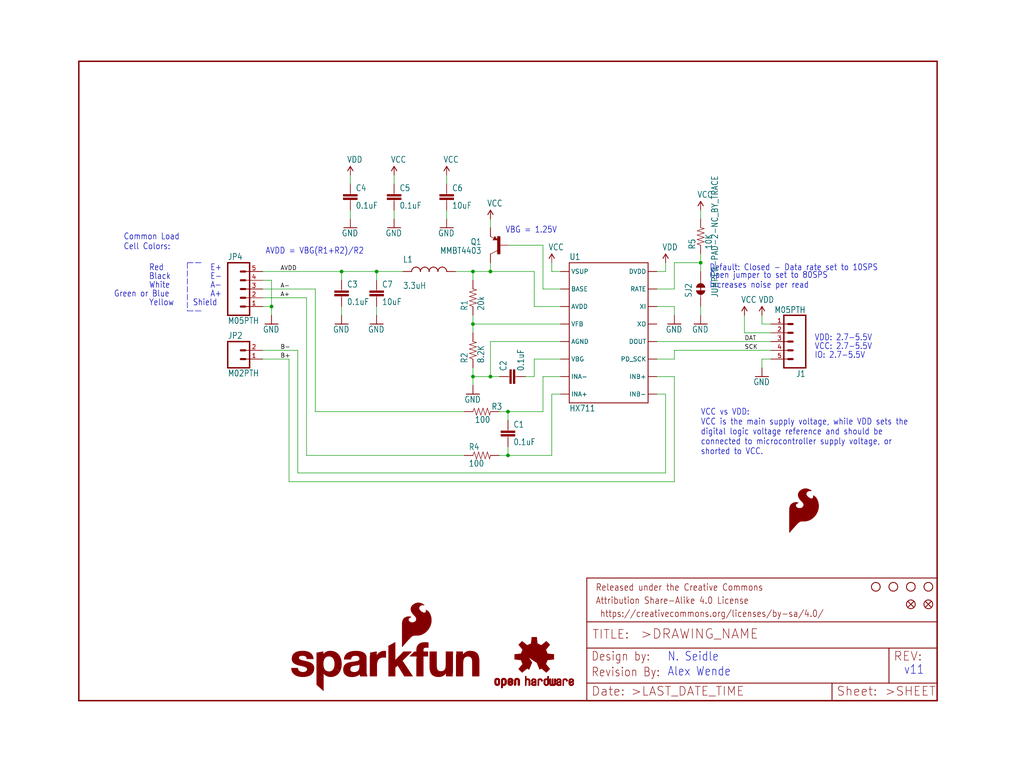
<source format=kicad_sch>
(kicad_sch (version 20211123) (generator eeschema)
  (paper "User" 297.002 223.926)
  (lib_symbols
    (symbol "eagleSchem-eagle-import:0.1UF-25V-5%(0603)"
      (property "Reference" "C" (at 1.524 2.921 0))
      (property "Value" "0.1UF-25V-5%(0603)" (at 1.524 -2.159 0))
      (symbol "0.1UF-25V-5%(0603)_1_0"
        (pin passive line (at 0 5.08 270) (length 2.54) (name "1") (number "1"))
        (pin passive line (at 0 -2.54 90) (length 2.54) (name "2") (number "2"))
      )
    )
    (symbol "eagleSchem-eagle-import:100OHM-1{slash}10W-1%(0603)"
      (property "Reference" "R" (at -3.81 1.4986 0))
      (property "Value" "100OHM-1{slash}10W-1%(0603)" (at -3.81 -3.302 0))
      (symbol "100OHM-1{slash}10W-1%(0603)_1_0"
        (pin passive line (at -5.08 0 0) (length 2.54) (name "1") (number "1"))
        (pin passive line (at 5.08 0 180) (length 2.54) (name "2") (number "2"))
      )
    )
    (symbol "eagleSchem-eagle-import:10KOHM-1{slash}10W-1%(0603)0603"
      (property "Reference" "R" (at -3.81 1.4986 0))
      (property "Value" "10KOHM-1{slash}10W-1%(0603)0603" (at -3.81 -3.302 0))
      (symbol "10KOHM-1{slash}10W-1%(0603)0603_1_0"
        (pin passive line (at -5.08 0 0) (length 2.54) (name "1") (number "1"))
        (pin passive line (at 5.08 0 180) (length 2.54) (name "2") (number "2"))
      )
    )
    (symbol "eagleSchem-eagle-import:10UF50V20%(1210)"
      (property "Reference" "C" (at 1.524 2.921 0))
      (property "Value" "10UF50V20%(1210)" (at 1.524 -2.159 0))
      (symbol "10UF50V20%(1210)_1_0"
        (pin passive line (at 0 5.08 270) (length 2.54) (name "1") (number "1"))
        (pin passive line (at 0 -2.54 90) (length 2.54) (name "2") (number "2"))
      )
    )
    (symbol "eagleSchem-eagle-import:20KOHM1{slash}10W1%(0603)"
      (property "Reference" "R" (at -3.81 1.4986 0))
      (property "Value" "20KOHM1{slash}10W1%(0603)" (at -3.81 -3.302 0))
      (symbol "20KOHM1{slash}10W1%(0603)_1_0"
        (pin passive line (at -5.08 0 0) (length 2.54) (name "1") (number "1"))
        (pin passive line (at 5.08 0 180) (length 2.54) (name "2") (number "2"))
      )
    )
    (symbol "eagleSchem-eagle-import:8.2KOHM-1{slash}10W-5%(0603)"
      (property "Reference" "R" (at -3.81 1.4986 0))
      (property "Value" "8.2KOHM-1{slash}10W-5%(0603)" (at -3.81 -3.302 0))
      (symbol "8.2KOHM-1{slash}10W-5%(0603)_1_0"
        (pin passive line (at -5.08 0 0) (length 2.54) (name "1") (number "1"))
        (pin passive line (at 5.08 0 180) (length 2.54) (name "2") (number "2"))
      )
    )
    (symbol "eagleSchem-eagle-import:FIDUCIAL1X2")
    (symbol "eagleSchem-eagle-import:FRAME-LETTER"
      (symbol "FRAME-LETTER_2_0"
        (text " https://creativecommons.org/licenses/by-sa/4.0/" (at 2.54 24.13 0) (effects (font (size 1.9304 1.6408)) (justify left bottom)))
        (text ">DRAWING_NAME" (at 15.494 17.78 0) (effects (font (size 2.7432 2.7432)) (justify left bottom)))
        (text ">LAST_DATE_TIME" (at 12.7 1.27 0) (effects (font (size 2.54 2.54)) (justify left bottom)))
        (text ">SHEET" (at 86.36 1.27 0) (effects (font (size 2.54 2.54)) (justify left bottom)))
        (text "Attribution Share-Alike 4.0 License" (at 2.54 27.94 0) (effects (font (size 1.9304 1.6408)) (justify left bottom)))
        (text "Date:" (at 1.27 1.27 0) (effects (font (size 2.54 2.54)) (justify left bottom)))
        (text "Design by:" (at 1.27 11.43 0) (effects (font (size 2.54 2.159)) (justify left bottom)))
        (text "Released under the Creative Commons" (at 2.54 31.75 0) (effects (font (size 1.9304 1.6408)) (justify left bottom)))
        (text "REV:" (at 88.9 11.43 0) (effects (font (size 2.54 2.54)) (justify left bottom)))
        (text "Sheet:" (at 72.39 1.27 0) (effects (font (size 2.54 2.54)) (justify left bottom)))
        (text "TITLE:" (at 1.524 17.78 0) (effects (font (size 2.54 2.54)) (justify left bottom)))
      )
    )
    (symbol "eagleSchem-eagle-import:GND" (power)
      (property "Value" "GND" (at -2.54 -2.54 0))
      (symbol "GND_1_0"
        (pin power_in line (at 0 2.54 270) (length 2.54) (name "GND") (number "1"))
      )
    )
    (symbol "eagleSchem-eagle-import:HX711HX711"
      (property "Reference" "U" (at -12.7 21.082 0))
      (property "Value" "HX711HX711" (at -12.7 -22.86 0))
      (symbol "HX711HX711_1_0"
        (pin bidirectional line (at -15.24 17.78 0) (length 2.54) (name "VSUP") (number "1"))
        (pin bidirectional line (at 12.7 -12.7 180) (length 2.54) (name "INB+") (number "10"))
        (pin bidirectional line (at 12.7 -7.62 180) (length 2.54) (name "PD_SCK") (number "11"))
        (pin bidirectional line (at 12.7 -2.54 180) (length 2.54) (name "DOUT") (number "12"))
        (pin bidirectional line (at 12.7 2.54 180) (length 2.54) (name "XO") (number "13"))
        (pin bidirectional line (at 12.7 7.62 180) (length 2.54) (name "XI") (number "14"))
        (pin bidirectional line (at 12.7 12.7 180) (length 2.54) (name "RATE") (number "15"))
        (pin bidirectional line (at 12.7 17.78 180) (length 2.54) (name "DVDD") (number "16"))
        (pin bidirectional line (at -15.24 12.7 0) (length 2.54) (name "BASE") (number "2"))
        (pin bidirectional line (at -15.24 7.62 0) (length 2.54) (name "AVDD") (number "3"))
        (pin bidirectional line (at -15.24 2.54 0) (length 2.54) (name "VFB") (number "4"))
        (pin bidirectional line (at -15.24 -2.54 0) (length 2.54) (name "AGND") (number "5"))
        (pin bidirectional line (at -15.24 -7.62 0) (length 2.54) (name "VBG") (number "6"))
        (pin bidirectional line (at -15.24 -12.7 0) (length 2.54) (name "INA-") (number "7"))
        (pin bidirectional line (at -15.24 -17.78 0) (length 2.54) (name "INA+") (number "8"))
        (pin bidirectional line (at 12.7 -17.78 180) (length 2.54) (name "INB-") (number "9"))
      )
    )
    (symbol "eagleSchem-eagle-import:INDUCTOR0805-IND"
      (property "Reference" "L" (at 2.54 5.08 0))
      (property "Value" "INDUCTOR0805-IND" (at 2.54 -5.08 0))
      (symbol "INDUCTOR0805-IND_1_0"
        (pin passive line (at 0 7.62 270) (length 2.54) (name "1") (number "1"))
        (pin passive line (at 0 -7.62 90) (length 2.54) (name "2") (number "2"))
      )
    )
    (symbol "eagleSchem-eagle-import:JUMPER-PAD-2-NC_BY_TRACE"
      (property "Reference" "JP" (at -2.54 2.54 0))
      (property "Value" "JUMPER-PAD-2-NC_BY_TRACE" (at -2.54 -5.08 0))
      (symbol "JUMPER-PAD-2-NC_BY_TRACE_1_0"
        (pin passive line (at -5.08 0 0) (length 2.54) (name "1") (number "1"))
        (pin passive line (at 5.08 0 180) (length 2.54) (name "2") (number "2"))
      )
    )
    (symbol "eagleSchem-eagle-import:M02PTH"
      (property "Reference" "J" (at -2.54 5.842 0))
      (property "Value" "M02PTH" (at -2.54 -5.08 0))
      (symbol "M02PTH_1_0"
        (pin passive line (at 7.62 0 180) (length 5.08) (name "1") (number "1"))
        (pin passive line (at 7.62 2.54 180) (length 5.08) (name "2") (number "2"))
      )
    )
    (symbol "eagleSchem-eagle-import:M05PTH"
      (property "Reference" "J" (at -2.54 8.382 0))
      (property "Value" "M05PTH" (at -2.54 -10.16 0))
      (symbol "M05PTH_1_0"
        (pin passive line (at 7.62 -5.08 180) (length 5.08) (name "1") (number "1"))
        (pin passive line (at 7.62 -2.54 180) (length 5.08) (name "2") (number "2"))
        (pin passive line (at 7.62 0 180) (length 5.08) (name "3") (number "3"))
        (pin passive line (at 7.62 2.54 180) (length 5.08) (name "4") (number "4"))
        (pin passive line (at 7.62 5.08 180) (length 5.08) (name "5") (number "5"))
      )
    )
    (symbol "eagleSchem-eagle-import:OSHW-LOGOS")
    (symbol "eagleSchem-eagle-import:REVISION"
      (symbol "REVISION_1_0"
        (text "Revision By: " (at 0 0 0) (effects (font (size 2.54 2.159)) (justify left bottom)))
      )
    )
    (symbol "eagleSchem-eagle-import:SFE_LOGO_FLAME.1_INCH")
    (symbol "eagleSchem-eagle-import:SFE_LOGO_NAME_FLAME.1_INCH")
    (symbol "eagleSchem-eagle-import:STAND-OFF")
    (symbol "eagleSchem-eagle-import:TRANSISTOR_PNPMMBT4403"
      (property "Reference" "Q" (at 5.08 0 0))
      (property "Value" "TRANSISTOR_PNPMMBT4403" (at 5.08 -2.54 0))
      (symbol "TRANSISTOR_PNPMMBT4403_1_0"
        (pin passive line (at -2.54 0 0) (length 2.54) (name "B") (number "1"))
        (pin passive line (at 2.54 5.08 270) (length 2.54) (name "E") (number "2"))
        (pin passive line (at 2.54 -5.08 90) (length 2.54) (name "C") (number "3"))
      )
    )
    (symbol "eagleSchem-eagle-import:VCC" (power)
      (property "Value" "VCC" (at -1.016 3.556 0))
      (symbol "VCC_1_0"
        (pin power_in line (at 0 0 90) (length 2.54) (name "VCC") (number "1"))
      )
    )
    (symbol "eagleSchem-eagle-import:VDD" (power)
      (property "Value" "VDD" (at -1.016 3.556 0))
      (symbol "VDD_1_0"
        (pin power_in line (at 0 0 90) (length 2.54) (name "VDD") (number "1"))
      )
    )
  )
  (junction (at 137.16 78.74))
  (junction (at 137.16 109.22))
  (junction (at 137.16 93.98))
  (junction (at 109.22 78.74))
  (junction (at 203.2 76.2))
  (junction (at 142.24 109.22))
  (junction (at 142.24 78.74))
  (junction (at 99.06 78.74))
  (junction (at 78.74 88.9))
  (junction (at 147.32 119.38))
  (junction (at 147.32 132.08))
  (wire (pts (xy 147.32 129.54) (xy 147.32 132.08)))
  (wire (pts (xy 203.2 73.66) (xy 203.2 76.2)))
  (wire (pts (xy 162.56 83.82) (xy 157.48 83.82)))
  (wire (pts (xy 132.08 78.74) (xy 137.16 78.74)))
  (wire (pts (xy 157.48 119.38) (xy 147.32 119.38)))
  (wire (pts (xy 142.24 99.06) (xy 142.24 109.22)))
  (wire (pts (xy 190.5 78.74) (xy 193.04 78.74)))
  (wire (pts (xy 203.2 76.2) (xy 195.58 76.2)))
  (wire (pts (xy 215.9 96.52) (xy 215.9 91.44)))
  (wire (pts (xy 114.3 63.5) (xy 114.3 60.96)))
  (wire (pts (xy 134.62 119.38) (xy 91.44 119.38)))
  (wire (pts (xy 160.02 78.74) (xy 162.56 78.74)))
  (wire (pts (xy 157.48 109.22) (xy 157.48 119.38)))
  (wire (pts (xy 162.56 93.98) (xy 137.16 93.98)))
  (wire (pts (xy 195.58 104.14) (xy 195.58 101.6)))
  (wire (pts (xy 147.32 119.38) (xy 144.78 119.38)))
  (wire (pts (xy 129.54 53.34) (xy 129.54 50.8)))
  (wire (pts (xy 162.56 104.14) (xy 154.94 104.14)))
  (wire (pts (xy 101.6 63.5) (xy 101.6 60.96)))
  (wire (pts (xy 162.56 99.06) (xy 142.24 99.06)))
  (wire (pts (xy 86.36 101.6) (xy 76.2 101.6)))
  (wire (pts (xy 134.62 132.08) (xy 88.9 132.08)))
  (wire (pts (xy 190.5 83.82) (xy 195.58 83.82)))
  (wire (pts (xy 91.44 83.82) (xy 76.2 83.82)))
  (wire (pts (xy 223.52 104.14) (xy 220.98 104.14)))
  (wire (pts (xy 220.98 91.44) (xy 220.98 93.98)))
  (wire (pts (xy 137.16 96.52) (xy 137.16 93.98)))
  (wire (pts (xy 109.22 78.74) (xy 99.06 78.74)))
  (wire (pts (xy 88.9 132.08) (xy 88.9 86.36)))
  (wire (pts (xy 190.5 99.06) (xy 223.52 99.06)))
  (wire (pts (xy 83.82 139.7) (xy 83.82 104.14)))
  (wire (pts (xy 160.02 114.3) (xy 160.02 132.08)))
  (wire (pts (xy 86.36 137.16) (xy 86.36 101.6)))
  (wire (pts (xy 144.78 109.22) (xy 142.24 109.22)))
  (wire (pts (xy 154.94 104.14) (xy 154.94 109.22)))
  (polyline (pts (xy 54.356 76.2) (xy 54.356 90.17)))
  (wire (pts (xy 101.6 50.8) (xy 101.6 53.34)))
  (wire (pts (xy 154.94 109.22) (xy 152.4 109.22)))
  (wire (pts (xy 157.48 71.12) (xy 157.48 83.82)))
  (wire (pts (xy 88.9 86.36) (xy 76.2 86.36)))
  (wire (pts (xy 76.2 88.9) (xy 78.74 88.9)))
  (wire (pts (xy 220.98 93.98) (xy 223.52 93.98)))
  (wire (pts (xy 193.04 114.3) (xy 193.04 137.16)))
  (wire (pts (xy 154.94 88.9) (xy 154.94 78.74)))
  (wire (pts (xy 162.56 114.3) (xy 160.02 114.3)))
  (wire (pts (xy 190.5 114.3) (xy 193.04 114.3)))
  (wire (pts (xy 109.22 78.74) (xy 116.84 78.74)))
  (wire (pts (xy 137.16 81.28) (xy 137.16 78.74)))
  (wire (pts (xy 137.16 106.68) (xy 137.16 109.22)))
  (polyline (pts (xy 54.356 76.2) (xy 58.42 76.2)))
  (wire (pts (xy 114.3 50.8) (xy 114.3 53.34)))
  (wire (pts (xy 195.58 88.9) (xy 195.58 91.44)))
  (wire (pts (xy 147.32 71.12) (xy 157.48 71.12)))
  (wire (pts (xy 99.06 88.9) (xy 99.06 91.44)))
  (wire (pts (xy 109.22 78.74) (xy 109.22 81.28)))
  (wire (pts (xy 195.58 109.22) (xy 195.58 139.7)))
  (wire (pts (xy 142.24 78.74) (xy 137.16 78.74)))
  (wire (pts (xy 220.98 104.14) (xy 220.98 106.68)))
  (wire (pts (xy 162.56 88.9) (xy 154.94 88.9)))
  (wire (pts (xy 109.22 91.44) (xy 109.22 88.9)))
  (wire (pts (xy 154.94 78.74) (xy 142.24 78.74)))
  (wire (pts (xy 99.06 81.28) (xy 99.06 78.74)))
  (wire (pts (xy 195.58 101.6) (xy 223.52 101.6)))
  (wire (pts (xy 142.24 109.22) (xy 137.16 109.22)))
  (wire (pts (xy 195.58 76.2) (xy 195.58 83.82)))
  (wire (pts (xy 160.02 76.2) (xy 160.02 78.74)))
  (wire (pts (xy 137.16 111.76) (xy 137.16 109.22)))
  (wire (pts (xy 195.58 139.7) (xy 83.82 139.7)))
  (wire (pts (xy 190.5 109.22) (xy 195.58 109.22)))
  (wire (pts (xy 160.02 132.08) (xy 147.32 132.08)))
  (wire (pts (xy 190.5 104.14) (xy 195.58 104.14)))
  (wire (pts (xy 193.04 78.74) (xy 193.04 76.2)))
  (polyline (pts (xy 54.356 90.17) (xy 58.42 90.17)))
  (wire (pts (xy 147.32 132.08) (xy 144.78 132.08)))
  (wire (pts (xy 142.24 76.2) (xy 142.24 78.74)))
  (wire (pts (xy 142.24 63.5) (xy 142.24 66.04)))
  (wire (pts (xy 76.2 81.28) (xy 78.74 81.28)))
  (wire (pts (xy 99.06 78.74) (xy 76.2 78.74)))
  (wire (pts (xy 83.82 104.14) (xy 76.2 104.14)))
  (wire (pts (xy 147.32 121.92) (xy 147.32 119.38)))
  (wire (pts (xy 193.04 137.16) (xy 86.36 137.16)))
  (wire (pts (xy 137.16 93.98) (xy 137.16 91.44)))
  (wire (pts (xy 91.44 119.38) (xy 91.44 83.82)))
  (wire (pts (xy 203.2 76.2) (xy 203.2 78.74)))
  (wire (pts (xy 203.2 88.9) (xy 203.2 91.44)))
  (wire (pts (xy 203.2 63.5) (xy 203.2 60.96)))
  (wire (pts (xy 223.52 96.52) (xy 215.9 96.52)))
  (wire (pts (xy 129.54 60.96) (xy 129.54 63.5)))
  (wire (pts (xy 78.74 81.28) (xy 78.74 88.9)))
  (wire (pts (xy 78.74 88.9) (xy 78.74 91.44)))
  (wire (pts (xy 190.5 88.9) (xy 195.58 88.9)))
  (wire (pts (xy 162.56 109.22) (xy 157.48 109.22)))
  (text "N. Seidle" (at 193.548 192.024 180) (effects (font (size 2.54 2.159)) (justify left bottom)))
  (text "A+" (at 60.96 86.36 180) (effects (font (size 1.778 1.5113)) (justify left bottom)))
  (text "IO: 2.7-5.5V" (at 236.22 104.14 180) (effects (font (size 1.778 1.5113)) (justify left bottom)))
  (text "Green or Blue" (at 33.02 86.36 180) (effects (font (size 1.778 1.5113)) (justify left bottom)))
  (text "Red" (at 43.18 78.74 180) (effects (font (size 1.778 1.5113)) (justify left bottom)))
  (text "Yellow" (at 43.18 88.9 180) (effects (font (size 1.778 1.5113)) (justify left bottom)))
  (text "VCC: 2.7-5.5V" (at 236.22 101.6 180) (effects (font (size 1.778 1.5113)) (justify left bottom)))
  (text "Shield" (at 55.88 88.9 180) (effects (font (size 1.778 1.5113)) (justify left bottom)))
  (text "Alex Wende" (at 193.548 196.342 180) (effects (font (size 2.54 2.159)) (justify left bottom)))
  (text "Black" (at 43.18 81.28 180) (effects (font (size 1.778 1.5113)) (justify left bottom)))
  (text "Default: Closed - Data rate set to 10SPS" (at 205.74 78.74 180) (effects (font (size 1.778 1.5113)) (justify left bottom)))
  (text "VCC vs VDD:\nVCC is the main supply voltage, while VDD sets the\ndigital logic voltage reference and should be\nconnected to microcontroller supply voltage, or\nshorted to VCC." (at 203.2 132.08 0) (effects (font (size 1.778 1.5113)) (justify left bottom)))
  (text "v11" (at 262.128 195.834 180) (effects (font (size 2.54 2.159)) (justify left bottom)))
  (text "White" (at 43.18 83.82 180) (effects (font (size 1.778 1.5113)) (justify left bottom)))
  (text "AVDD = VBG(R1+R2)/R2" (at 76.962 73.914 180) (effects (font (size 1.778 1.5113)) (justify left bottom)))
  (text "VDD: 2.7-5.5V" (at 236.22 99.06 180) (effects (font (size 1.778 1.5113)) (justify left bottom)))
  (text "E+" (at 60.96 78.74 180) (effects (font (size 1.778 1.5113)) (justify left bottom)))
  (text "E-" (at 60.96 81.28 180) (effects (font (size 1.778 1.5113)) (justify left bottom)))
  (text "Common Load\nCell Colors:" (at 35.814 72.644 180) (effects (font (size 1.778 1.5113)) (justify left bottom)))
  (text "Open jumper to set to 80SPS\nIncreases noise per read" (at 205.74 83.82 0) (effects (font (size 1.778 1.5113)) (justify left bottom)))
  (text "A-" (at 60.96 83.82 180) (effects (font (size 1.778 1.5113)) (justify left bottom)))
  (text "VBG = 1.25V" (at 146.558 67.818 180) (effects (font (size 1.778 1.5113)) (justify left bottom)))
  (label "AVDD" (at 81.28 78.74 0) (effects (font (size 1.2446 1.2446))))
  (label "SCK" (at 215.9 101.6 0) (effects (font (size 1.2446 1.2446))))
  (label "DAT" (at 215.9 99.06 0) (effects (font (size 1.2446 1.2446))))
  (label "A-" (at 81.28 83.82 0) (effects (font (size 1.2446 1.2446))))
  (label "B-" (at 81.28 101.6 0) (effects (font (size 1.2446 1.2446))))
  (label "A+" (at 81.28 86.36 0) (effects (font (size 1.2446 1.2446))))
  (label "B+" (at 81.28 104.14 0) (effects (font (size 1.2446 1.2446))))
  (symbol (lib_id "eagleSchem-eagle-import:GND") (at 195.58 93.98 0) (unit 1)
    (property "Reference" "#GND2" (effects hide))
    (property "Value" "GND" (at 193.04 96.52 0) (effects (font (size 1.778 1.5113)) (justify left bottom)))
    (property "Footprint" "eagleSchem:" (effects hide))
  )
  (symbol (lib_id "eagleSchem-eagle-import:M02PTH") (at 68.58 104.14 0) (unit 1)
    (property "Reference" "JP2" (at 66.04 98.298 0) (effects (font (size 1.778 1.5113)) (justify left bottom)))
    (property "Value" "M02PTH" (at 66.04 109.22 0) (effects (font (size 1.778 1.5113)) (justify left bottom)))
    (property "Footprint" "eagleSchem:1X02" (effects hide))
  )
  (symbol (lib_id "eagleSchem-eagle-import:GND") (at 78.74 93.98 0) (unit 1)
    (property "Reference" "#GND4" (effects hide))
    (property "Value" "GND" (at 76.2 96.52 0) (effects (font (size 1.778 1.5113)) (justify left bottom)))
    (property "Footprint" "eagleSchem:" (effects hide))
  )
  (symbol (lib_id "eagleSchem-eagle-import:VDD") (at 101.6 50.8 0) (unit 1)
    (property "Reference" "#SUPPLY9" (effects hide))
    (property "Value" "VDD" (at 100.584 47.244 0) (effects (font (size 1.778 1.5113)) (justify left bottom)))
    (property "Footprint" "eagleSchem:" (effects hide))
  )
  (symbol (lib_id "eagleSchem-eagle-import:VCC") (at 114.3 50.8 0) (unit 1)
    (property "Reference" "#SUPPLY7" (effects hide))
    (property "Value" "VCC" (at 113.284 47.244 0) (effects (font (size 1.778 1.5113)) (justify left bottom)))
    (property "Footprint" "eagleSchem:" (effects hide))
  )
  (symbol (lib_id "eagleSchem-eagle-import:GND") (at 109.22 93.98 0) (unit 1)
    (property "Reference" "#GND5" (effects hide))
    (property "Value" "GND" (at 106.68 96.52 0) (effects (font (size 1.778 1.5113)) (justify left bottom)))
    (property "Footprint" "eagleSchem:" (effects hide))
  )
  (symbol (lib_id "eagleSchem-eagle-import:FRAME-LETTER") (at 170.18 203.2 0) (unit 2)
    (property "Reference" "FRAME1" (effects hide))
    (property "Value" "FRAME-LETTER" (effects hide))
    (property "Footprint" "eagleSchem:CREATIVE_COMMONS" (effects hide))
  )
  (symbol (lib_id "eagleSchem-eagle-import:VCC") (at 203.2 60.96 0) (unit 1)
    (property "Reference" "#SUPPLY6" (effects hide))
    (property "Value" "VCC" (at 202.184 57.404 0) (effects (font (size 1.778 1.5113)) (justify left bottom)))
    (property "Footprint" "eagleSchem:" (effects hide))
  )
  (symbol (lib_id "eagleSchem-eagle-import:GND") (at 220.98 109.22 0) (unit 1)
    (property "Reference" "#GND1" (effects hide))
    (property "Value" "GND" (at 218.44 111.76 0) (effects (font (size 1.778 1.5113)) (justify left bottom)))
    (property "Footprint" "eagleSchem:" (effects hide))
  )
  (symbol (lib_id "eagleSchem-eagle-import:0.1UF-25V-5%(0603)") (at 114.3 58.42 0) (unit 1)
    (property "Reference" "C5" (at 115.824 55.499 0) (effects (font (size 1.778 1.5113)) (justify left bottom)))
    (property "Value" "0.1uF" (at 115.824 60.579 0) (effects (font (size 1.778 1.5113)) (justify left bottom)))
    (property "Footprint" "eagleSchem:0603-CAP" (effects hide))
  )
  (symbol (lib_id "eagleSchem-eagle-import:100OHM-1{slash}10W-1%(0603)") (at 139.7 132.08 0) (unit 1)
    (property "Reference" "R4" (at 135.89 130.5814 0) (effects (font (size 1.778 1.5113)) (justify left bottom)))
    (property "Value" "100" (at 135.89 135.382 0) (effects (font (size 1.778 1.5113)) (justify left bottom)))
    (property "Footprint" "eagleSchem:0603-RES" (effects hide))
  )
  (symbol (lib_id "eagleSchem-eagle-import:STAND-OFF") (at 254 170.18 0) (unit 1)
    (property "Reference" "STANDOFF4" (effects hide))
    (property "Value" "STAND-OFF" (effects hide))
    (property "Footprint" "eagleSchem:STAND-OFF" (effects hide))
  )
  (symbol (lib_id "eagleSchem-eagle-import:0.1UF-25V-5%(0603)") (at 147.32 127 0) (unit 1)
    (property "Reference" "C1" (at 148.844 124.079 0) (effects (font (size 1.778 1.5113)) (justify left bottom)))
    (property "Value" "0.1uF" (at 148.844 129.159 0) (effects (font (size 1.778 1.5113)) (justify left bottom)))
    (property "Footprint" "eagleSchem:0603-CAP" (effects hide))
  )
  (symbol (lib_id "eagleSchem-eagle-import:HX711HX711") (at 177.8 96.52 0) (unit 1)
    (property "Reference" "U1" (at 165.1 75.438 0) (effects (font (size 1.778 1.5113)) (justify left bottom)))
    (property "Value" "HX711" (at 165.1 119.38 0) (effects (font (size 1.778 1.5113)) (justify left bottom)))
    (property "Footprint" "eagleSchem:SO16" (effects hide))
  )
  (symbol (lib_id "eagleSchem-eagle-import:REVISION") (at 171.45 196.342 0) (unit 1)
    (property "Reference" "U$1" (effects hide))
    (property "Value" "REVISION" (effects hide))
    (property "Footprint" "eagleSchem:REVISION" (effects hide))
  )
  (symbol (lib_id "eagleSchem-eagle-import:VCC") (at 142.24 63.5 0) (unit 1)
    (property "Reference" "#SUPPLY1" (effects hide))
    (property "Value" "VCC" (at 141.224 59.944 0) (effects (font (size 1.778 1.5113)) (justify left bottom)))
    (property "Footprint" "eagleSchem:" (effects hide))
  )
  (symbol (lib_id "eagleSchem-eagle-import:SFE_LOGO_NAME_FLAME.1_INCH") (at 83.82 200.66 0) (unit 1)
    (property "Reference" "LOGO1" (effects hide))
    (property "Value" "SFE_LOGO_NAME_FLAME.1_INCH" (effects hide))
    (property "Footprint" "eagleSchem:SFE_LOGO_NAME_FLAME_.1" (effects hide))
  )
  (symbol (lib_id "eagleSchem-eagle-import:VDD") (at 193.04 76.2 0) (unit 1)
    (property "Reference" "#SUPPLY4" (effects hide))
    (property "Value" "VDD" (at 192.024 72.644 0) (effects (font (size 1.778 1.5113)) (justify left bottom)))
    (property "Footprint" "eagleSchem:" (effects hide))
  )
  (symbol (lib_id "eagleSchem-eagle-import:20KOHM1{slash}10W1%(0603)") (at 137.16 86.36 90) (unit 1)
    (property "Reference" "R1" (at 135.6614 90.17 0) (effects (font (size 1.778 1.5113)) (justify left bottom)))
    (property "Value" "20k" (at 140.462 90.17 0) (effects (font (size 1.778 1.5113)) (justify left bottom)))
    (property "Footprint" "eagleSchem:0603-RES" (effects hide))
  )
  (symbol (lib_id "eagleSchem-eagle-import:GND") (at 101.6 66.04 0) (unit 1)
    (property "Reference" "#GND10" (effects hide))
    (property "Value" "GND" (at 99.06 68.58 0) (effects (font (size 1.778 1.5113)) (justify left bottom)))
    (property "Footprint" "eagleSchem:" (effects hide))
  )
  (symbol (lib_id "eagleSchem-eagle-import:SFE_LOGO_FLAME.1_INCH") (at 228.6 154.94 0) (unit 1)
    (property "Reference" "LOGO3" (effects hide))
    (property "Value" "SFE_LOGO_FLAME.1_INCH" (effects hide))
    (property "Footprint" "eagleSchem:SFE_LOGO_FLAME_.1" (effects hide))
  )
  (symbol (lib_id "eagleSchem-eagle-import:STAND-OFF") (at 264.16 170.18 0) (unit 1)
    (property "Reference" "STANDOFF2" (effects hide))
    (property "Value" "STAND-OFF" (effects hide))
    (property "Footprint" "eagleSchem:STAND-OFF" (effects hide))
  )
  (symbol (lib_id "eagleSchem-eagle-import:GND") (at 203.2 93.98 0) (unit 1)
    (property "Reference" "#GND7" (effects hide))
    (property "Value" "GND" (at 200.66 96.52 0) (effects (font (size 1.778 1.5113)) (justify left bottom)))
    (property "Footprint" "eagleSchem:" (effects hide))
  )
  (symbol (lib_id "eagleSchem-eagle-import:VCC") (at 129.54 50.8 0) (unit 1)
    (property "Reference" "#SUPPLY2" (effects hide))
    (property "Value" "VCC" (at 128.524 47.244 0) (effects (font (size 1.778 1.5113)) (justify left bottom)))
    (property "Footprint" "eagleSchem:" (effects hide))
  )
  (symbol (lib_id "eagleSchem-eagle-import:INDUCTOR0805-IND") (at 124.46 78.74 90) (unit 1)
    (property "Reference" "L1" (at 116.84 76.2 90) (effects (font (size 1.778 1.5113)) (justify right top)))
    (property "Value" "3.3uH" (at 116.84 83.82 90) (effects (font (size 1.778 1.5113)) (justify right top)))
    (property "Footprint" "eagleSchem:0805" (effects hide))
  )
  (symbol (lib_id "eagleSchem-eagle-import:10UF50V20%(1210)") (at 109.22 86.36 0) (unit 1)
    (property "Reference" "C7" (at 110.744 83.439 0) (effects (font (size 1.778 1.5113)) (justify left bottom)))
    (property "Value" "10uF" (at 110.744 88.519 0) (effects (font (size 1.778 1.5113)) (justify left bottom)))
    (property "Footprint" "eagleSchem:1210" (effects hide))
  )
  (symbol (lib_id "eagleSchem-eagle-import:GND") (at 99.06 93.98 0) (unit 1)
    (property "Reference" "#GND6" (effects hide))
    (property "Value" "GND" (at 96.52 96.52 0) (effects (font (size 1.778 1.5113)) (justify left bottom)))
    (property "Footprint" "eagleSchem:" (effects hide))
  )
  (symbol (lib_id "eagleSchem-eagle-import:VDD") (at 220.98 91.44 0) (unit 1)
    (property "Reference" "#SUPPLY8" (effects hide))
    (property "Value" "VDD" (at 219.964 87.884 0) (effects (font (size 1.778 1.5113)) (justify left bottom)))
    (property "Footprint" "eagleSchem:" (effects hide))
  )
  (symbol (lib_id "eagleSchem-eagle-import:FIDUCIAL1X2") (at 269.24 175.26 0) (unit 1)
    (property "Reference" "FID1" (effects hide))
    (property "Value" "FIDUCIAL1X2" (effects hide))
    (property "Footprint" "eagleSchem:FIDUCIAL-1X2" (effects hide))
  )
  (symbol (lib_id "eagleSchem-eagle-import:0.1UF-25V-5%(0603)") (at 99.06 86.36 0) (unit 1)
    (property "Reference" "C3" (at 100.584 83.439 0) (effects (font (size 1.778 1.5113)) (justify left bottom)))
    (property "Value" "0.1uF" (at 100.584 88.519 0) (effects (font (size 1.778 1.5113)) (justify left bottom)))
    (property "Footprint" "eagleSchem:0603-CAP" (effects hide))
  )
  (symbol (lib_id "eagleSchem-eagle-import:M05PTH") (at 68.58 83.82 0) (unit 1)
    (property "Reference" "JP4" (at 66.04 75.438 0) (effects (font (size 1.778 1.5113)) (justify left bottom)))
    (property "Value" "M05PTH" (at 66.04 93.98 0) (effects (font (size 1.778 1.5113)) (justify left bottom)))
    (property "Footprint" "eagleSchem:1X05" (effects hide))
  )
  (symbol (lib_id "eagleSchem-eagle-import:8.2KOHM-1{slash}10W-5%(0603)") (at 137.16 101.6 90) (unit 1)
    (property "Reference" "R2" (at 135.6614 105.41 0) (effects (font (size 1.778 1.5113)) (justify left bottom)))
    (property "Value" "8.2K" (at 140.462 105.41 0) (effects (font (size 1.778 1.5113)) (justify left bottom)))
    (property "Footprint" "eagleSchem:0603-RES" (effects hide))
  )
  (symbol (lib_id "eagleSchem-eagle-import:OSHW-LOGOS") (at 154.94 190.5 0) (unit 1)
    (property "Reference" "U7" (effects hide))
    (property "Value" "OSHW-LOGOS" (effects hide))
    (property "Footprint" "eagleSchem:OSHW-LOGO-S" (effects hide))
  )
  (symbol (lib_id "eagleSchem-eagle-import:STAND-OFF") (at 269.24 170.18 0) (unit 1)
    (property "Reference" "STANDOFF1" (effects hide))
    (property "Value" "STAND-OFF" (effects hide))
    (property "Footprint" "eagleSchem:STAND-OFF" (effects hide))
  )
  (symbol (lib_id "eagleSchem-eagle-import:0.1UF-25V-5%(0603)") (at 149.86 109.22 90) (unit 1)
    (property "Reference" "C2" (at 146.939 107.696 0) (effects (font (size 1.778 1.5113)) (justify left bottom)))
    (property "Value" "0.1uF" (at 152.019 107.696 0) (effects (font (size 1.778 1.5113)) (justify left bottom)))
    (property "Footprint" "eagleSchem:0603-CAP" (effects hide))
  )
  (symbol (lib_id "eagleSchem-eagle-import:VCC") (at 215.9 91.44 0) (unit 1)
    (property "Reference" "#SUPPLY5" (effects hide))
    (property "Value" "VCC" (at 214.884 87.884 0) (effects (font (size 1.778 1.5113)) (justify left bottom)))
    (property "Footprint" "eagleSchem:" (effects hide))
  )
  (symbol (lib_id "eagleSchem-eagle-import:FRAME-LETTER") (at 22.86 203.2 0) (unit 1)
    (property "Reference" "FRAME1" (effects hide))
    (property "Value" "FRAME-LETTER" (effects hide))
    (property "Footprint" "eagleSchem:CREATIVE_COMMONS" (effects hide))
  )
  (symbol (lib_id "eagleSchem-eagle-import:10KOHM-1{slash}10W-1%(0603)0603") (at 203.2 68.58 90) (unit 1)
    (property "Reference" "R5" (at 201.7014 72.39 0) (effects (font (size 1.778 1.5113)) (justify left bottom)))
    (property "Value" "10K" (at 206.502 72.39 0) (effects (font (size 1.778 1.5113)) (justify left bottom)))
    (property "Footprint" "eagleSchem:0603-RES" (effects hide))
  )
  (symbol (lib_id "eagleSchem-eagle-import:GND") (at 129.54 66.04 0) (unit 1)
    (property "Reference" "#GND3" (effects hide))
    (property "Value" "GND" (at 127 68.58 0) (effects (font (size 1.778 1.5113)) (justify left bottom)))
    (property "Footprint" "eagleSchem:" (effects hide))
  )
  (symbol (lib_id "eagleSchem-eagle-import:M05PTH") (at 231.14 99.06 180) (unit 1)
    (property "Reference" "J1" (at 233.68 107.442 0) (effects (font (size 1.778 1.5113)) (justify left bottom)))
    (property "Value" "M05PTH" (at 233.68 88.9 0) (effects (font (size 1.778 1.5113)) (justify left bottom)))
    (property "Footprint" "eagleSchem:1X05" (effects hide))
  )
  (symbol (lib_id "eagleSchem-eagle-import:VCC") (at 160.02 76.2 0) (unit 1)
    (property "Reference" "#SUPPLY3" (effects hide))
    (property "Value" "VCC" (at 159.004 72.644 0) (effects (font (size 1.778 1.5113)) (justify left bottom)))
    (property "Footprint" "eagleSchem:" (effects hide))
  )
  (symbol (lib_id "eagleSchem-eagle-import:JUMPER-PAD-2-NC_BY_TRACE") (at 203.2 83.82 90) (unit 1)
    (property "Reference" "SJ2" (at 200.66 86.36 0) (effects (font (size 1.778 1.5113)) (justify left bottom)))
    (property "Value" "JUMPER-PAD-2-NC_BY_TRACE" (at 208.28 86.36 0) (effects (font (size 1.778 1.5113)) (justify left bottom)))
    (property "Footprint" "eagleSchem:PAD-JUMPER-2-NC_BY_TRACE_YES_SILK" (effects hide))
  )
  (symbol (lib_id "eagleSchem-eagle-import:GND") (at 137.16 114.3 0) (unit 1)
    (property "Reference" "#GND9" (effects hide))
    (property "Value" "GND" (at 134.62 116.84 0) (effects (font (size 1.778 1.5113)) (justify left bottom)))
    (property "Footprint" "eagleSchem:" (effects hide))
  )
  (symbol (lib_id "eagleSchem-eagle-import:100OHM-1{slash}10W-1%(0603)") (at 139.7 119.38 0) (unit 1)
    (property "Reference" "R3" (at 142.494 118.872 0) (effects (font (size 1.778 1.5113)) (justify left bottom)))
    (property "Value" "100" (at 137.668 122.682 0) (effects (font (size 1.778 1.5113)) (justify left bottom)))
    (property "Footprint" "eagleSchem:0603-RES" (effects hide))
  )
  (symbol (lib_id "eagleSchem-eagle-import:GND") (at 114.3 66.04 0) (unit 1)
    (property "Reference" "#GND8" (effects hide))
    (property "Value" "GND" (at 111.76 68.58 0) (effects (font (size 1.778 1.5113)) (justify left bottom)))
    (property "Footprint" "eagleSchem:" (effects hide))
  )
  (symbol (lib_id "eagleSchem-eagle-import:10UF50V20%(1210)") (at 129.54 58.42 0) (unit 1)
    (property "Reference" "C6" (at 131.064 55.499 0) (effects (font (size 1.778 1.5113)) (justify left bottom)))
    (property "Value" "10uF" (at 131.064 60.579 0) (effects (font (size 1.778 1.5113)) (justify left bottom)))
    (property "Footprint" "eagleSchem:1210" (effects hide))
  )
  (symbol (lib_id "eagleSchem-eagle-import:TRANSISTOR_PNPMMBT4403") (at 144.78 71.12 0) (mirror y) (unit 1)
    (property "Reference" "Q1" (at 139.7 71.12 0) (effects (font (size 1.778 1.5113)) (justify left bottom)))
    (property "Value" "MMBT4403" (at 139.7 73.66 0) (effects (font (size 1.778 1.5113)) (justify left bottom)))
    (property "Footprint" "eagleSchem:SOT23-3" (effects hide))
  )
  (symbol (lib_id "eagleSchem-eagle-import:FIDUCIAL1X2") (at 264.16 175.26 0) (unit 1)
    (property "Reference" "FID2" (effects hide))
    (property "Value" "FIDUCIAL1X2" (effects hide))
    (property "Footprint" "eagleSchem:FIDUCIAL-1X2" (effects hide))
  )
  (symbol (lib_id "eagleSchem-eagle-import:STAND-OFF") (at 259.08 170.18 0) (unit 1)
    (property "Reference" "STANDOFF3" (effects hide))
    (property "Value" "STAND-OFF" (effects hide))
    (property "Footprint" "eagleSchem:STAND-OFF" (effects hide))
  )
  (symbol (lib_id "eagleSchem-eagle-import:0.1UF-25V-5%(0603)") (at 101.6 58.42 0) (unit 1)
    (property "Reference" "C4" (at 103.124 55.499 0) (effects (font (size 1.778 1.5113)) (justify left bottom)))
    (property "Value" "0.1uF" (at 103.124 60.579 0) (effects (font (size 1.778 1.5113)) (justify left bottom)))
    (property "Footprint" "eagleSchem:0603-CAP" (effects hide))
  )
)
</source>
